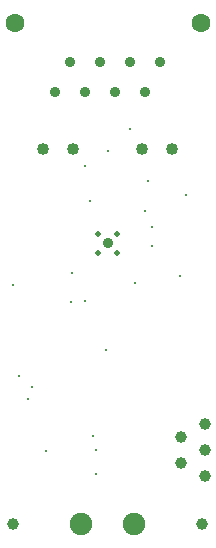
<source format=gbr>
%TF.GenerationSoftware,Altium Limited,Altium Designer,23.1.1 (15)*%
G04 Layer_Color=0*
%FSLAX45Y45*%
%MOMM*%
%TF.SameCoordinates,8534D3C2-D56F-49E7-8A62-4489C1F11DDD*%
%TF.FilePolarity,Positive*%
%TF.FileFunction,Plated,1,2,PTH,Drill*%
%TF.Part,Single*%
G01*
G75*
%TA.AperFunction,ComponentDrill*%
%ADD56C,1.00000*%
%ADD57C,1.60000*%
%ADD58C,0.90000*%
%ADD59C,1.02000*%
%ADD60C,0.50000*%
%ADD61C,0.50000*%
%ADD62C,1.90000*%
%TA.AperFunction,ViaDrill,NotFilled*%
%ADD63C,0.30000*%
D56*
X200000Y220000D02*
D03*
X1800000D02*
D03*
X1620000Y960000D02*
D03*
Y740000D02*
D03*
X1820000Y1070000D02*
D03*
Y850000D02*
D03*
Y630000D02*
D03*
D57*
X210000Y4467000D02*
D03*
X1790000D02*
D03*
D58*
X1444500Y4137000D02*
D03*
X1317500Y3883000D02*
D03*
X1190500Y4137000D02*
D03*
X1063500Y3883000D02*
D03*
X936500Y4137000D02*
D03*
X809500Y3883000D02*
D03*
X682500Y4137000D02*
D03*
X555500Y3883000D02*
D03*
X1000000Y2600000D02*
D03*
D59*
X453500Y3400000D02*
D03*
X707500D02*
D03*
X1292500D02*
D03*
X1546500D02*
D03*
D60*
X1080000Y2520000D02*
D03*
X920000Y2680000D02*
D03*
D61*
X1080000D02*
D03*
X920000Y2520000D02*
D03*
D62*
X775000Y225000D02*
D03*
X1225000D02*
D03*
D63*
X250000Y1480000D02*
D03*
X320000Y1280000D02*
D03*
X1660000Y3010000D02*
D03*
X360000Y1380000D02*
D03*
X1610000Y2320000D02*
D03*
X870000Y970000D02*
D03*
X980000Y1700000D02*
D03*
X200000Y2250000D02*
D03*
X690000Y2100000D02*
D03*
X1230000Y2260000D02*
D03*
X1310000Y2870000D02*
D03*
X1370000Y2740000D02*
D03*
X810000Y2110000D02*
D03*
Y3250000D02*
D03*
X1000000Y3380000D02*
D03*
X1340000Y3130000D02*
D03*
X1190000Y3570000D02*
D03*
X850000Y2960000D02*
D03*
X480000Y840000D02*
D03*
X700000Y2350000D02*
D03*
X1370000Y2575000D02*
D03*
X900000Y850000D02*
D03*
Y650000D02*
D03*
%TF.MD5,6954e091381783ba27842fb4ab40c24e*%
M02*

</source>
